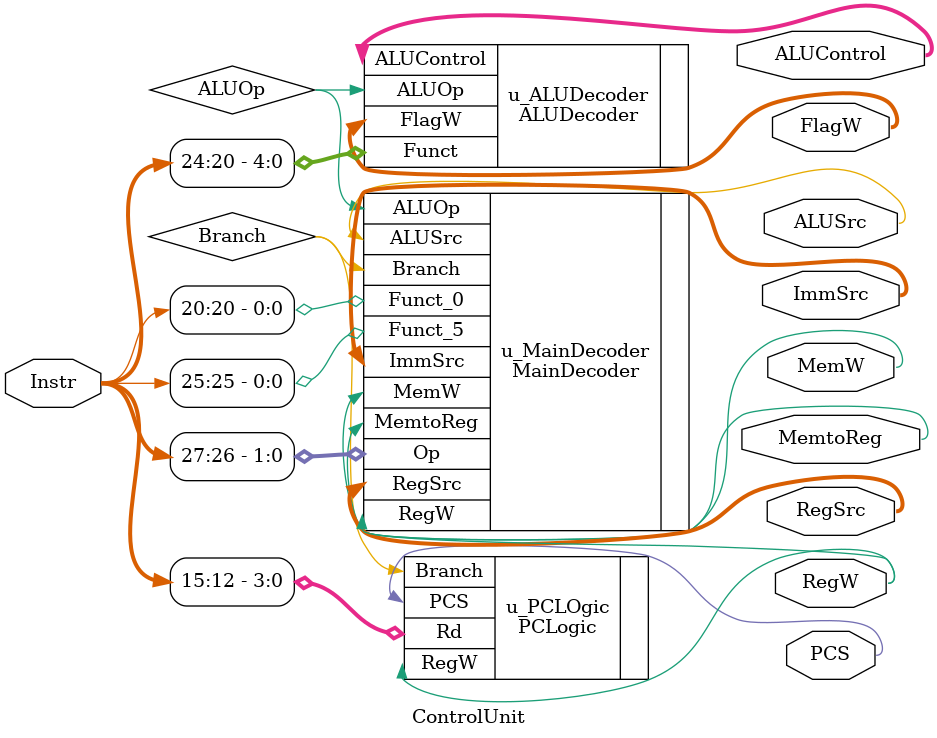
<source format=v>
module ControlUnit(
    input [31:0]   Instr,
 
    output         MemtoReg,
    output         MemW,
    output         ALUSrc,
    output [1:0]   ImmSrc,
    output         RegW,
    output [1:0]   RegSrc,
    output [1:0]   ALUControl, 
    output [1:0]   FlagW,
    output         PCS
);
    wire ALUOp ;
    wire Branch ;
    //Main Decoder
    MainDecoder u_MainDecoder(
        .Op(Instr[27:26]),
        .Funct_0(Instr[20]),
        .Funct_5(Instr[25]),
        .Branch(Branch),
        .RegW(RegW),
        .MemW(MemW),
        .MemtoReg(MemtoReg),
        .ALUSrc(ALUSrc),
        .ALUOp(ALUOp),
        .ImmSrc(ImmSrc),
        .RegSrc(RegSrc)
    );
    //ALU Decoder
    ALUDecoder u_ALUDecoder(
        .Funct(Instr[24:20]),
        .ALUOp(ALUOp),
        .ALUControl(ALUControl),
        .FlagW(FlagW)
    );
    //PC Logic
    PCLogic u_PCLOgic(
        .Rd(Instr[15:12]),
        .Branch(Branch),
        .RegW(RegW),
        .PCS(PCS)
    );
endmodule
</source>
